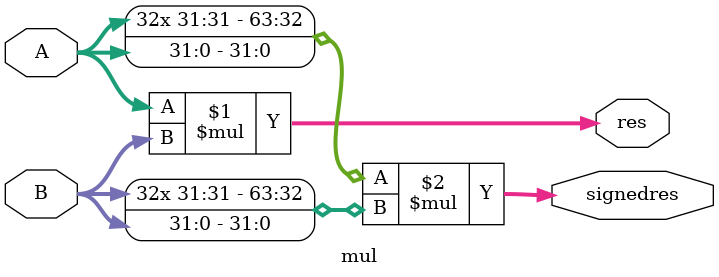
<source format=v>
`timescale 1ns/1ps

module mul(
    input [31:0]    A,
    input [31:0]    B,

    output [63:0] res,
    output signed [63:0] signedres
);

    assign res = A * B;
    assign signedres = $signed(A) * $signed(B);

endmodule
</source>
